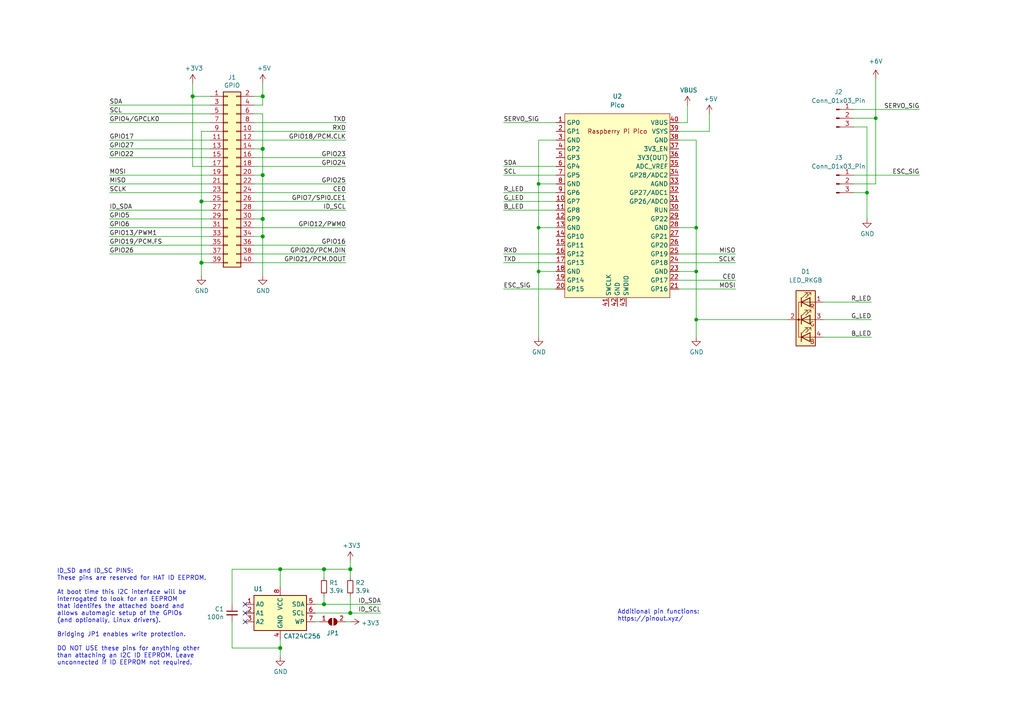
<source format=kicad_sch>
(kicad_sch (version 20250114) (generator "eeschema") (generator_version "9.0")
  (paper "A4")
  (title_block (date "15 nov 2012"))
  (lib_symbols
    (symbol "Connector:Conn_01x03_Pin" (pin_names (offset 1.016) (hide yes))
      (property "Reference" "J" (at 0 5.08 0))
      (property "Value" "Conn_01x03_Pin" (at 0 -5.08 0))
      (symbol "Conn_01x03_Pin_1_1"
        (rectangle (start 0.8636 2.667) (end 0 2.413) (stroke (width 0.1524)) (fill (type outline)))
        (rectangle (start 0.8636 0.127) (end 0 -0.127) (stroke (width 0.1524)) (fill (type outline)))
        (rectangle (start 0.8636 -2.413) (end 0 -2.667) (stroke (width 0.1524)) (fill (type outline)))
        (polyline (pts (xy 1.27 2.54) (xy 0.8636 2.54)) (stroke (width 0.1524)))
        (polyline (pts (xy 1.27 0) (xy 0.8636 0)) (stroke (width 0.1524)))
        (polyline (pts (xy 1.27 -2.54) (xy 0.8636 -2.54)) (stroke (width 0.1524)))
        (pin passive line (at 5.08 2.54 180) (length 3.81) (name "Pin_1") (number "1"))
        (pin passive line (at 5.08 0 180) (length 3.81) (name "Pin_2") (number "2"))
        (pin passive line (at 5.08 -2.54 180) (length 3.81) (name "Pin_3") (number "3"))
      )
    )
    (symbol "Connector_Generic:Conn_02x20_Odd_Even" (pin_names (offset 1.016) (hide yes))
      (property "Reference" "J" (at 1.27 25.4 0))
      (property "Value" "Conn_02x20_Odd_Even" (at 1.27 -27.94 0))
      (symbol "Conn_02x20_Odd_Even_1_1"
        (rectangle (start -1.27 24.13) (end 3.81 -26.67) (stroke (width 0.254)) (fill (type background)))
        (rectangle (start -1.27 22.987) (end 0 22.733) (stroke (width 0.1524)))
        (rectangle (start -1.27 20.447) (end 0 20.193) (stroke (width 0.1524)))
        (rectangle (start -1.27 17.907) (end 0 17.653) (stroke (width 0.1524)))
        (rectangle (start -1.27 15.367) (end 0 15.113) (stroke (width 0.1524)))
        (rectangle (start -1.27 12.827) (end 0 12.573) (stroke (width 0.1524)))
        (rectangle (start -1.27 10.287) (end 0 10.033) (stroke (width 0.1524)))
        (rectangle (start -1.27 7.747) (end 0 7.493) (stroke (width 0.1524)))
        (rectangle (start -1.27 5.207) (end 0 4.953) (stroke (width 0.1524)))
        (rectangle (start -1.27 2.667) (end 0 2.413) (stroke (width 0.1524)))
        (rectangle (start -1.27 0.127) (end 0 -0.127) (stroke (width 0.1524)))
        (rectangle (start -1.27 -2.413) (end 0 -2.667) (stroke (width 0.1524)))
        (rectangle (start -1.27 -4.953) (end 0 -5.207) (stroke (width 0.1524)))
        (rectangle (start -1.27 -7.493) (end 0 -7.747) (stroke (width 0.1524)))
        (rectangle (start -1.27 -10.033) (end 0 -10.287) (stroke (width 0.1524)))
        (rectangle (start -1.27 -12.573) (end 0 -12.827) (stroke (width 0.1524)))
        (rectangle (start -1.27 -15.113) (end 0 -15.367) (stroke (width 0.1524)))
        (rectangle (start -1.27 -17.653) (end 0 -17.907) (stroke (width 0.1524)))
        (rectangle (start -1.27 -20.193) (end 0 -20.447) (stroke (width 0.1524)))
        (rectangle (start -1.27 -22.733) (end 0 -22.987) (stroke (width 0.1524)))
        (rectangle (start -1.27 -25.273) (end 0 -25.527) (stroke (width 0.1524)))
        (rectangle (start 3.81 22.987) (end 2.54 22.733) (stroke (width 0.1524)))
        (rectangle (start 3.81 20.447) (end 2.54 20.193) (stroke (width 0.1524)))
        (rectangle (start 3.81 17.907) (end 2.54 17.653) (stroke (width 0.1524)))
        (rectangle (start 3.81 15.367) (end 2.54 15.113) (stroke (width 0.1524)))
        (rectangle (start 3.81 12.827) (end 2.54 12.573) (stroke (width 0.1524)))
        (rectangle (start 3.81 10.287) (end 2.54 10.033) (stroke (width 0.1524)))
        (rectangle (start 3.81 7.747) (end 2.54 7.493) (stroke (width 0.1524)))
        (rectangle (start 3.81 5.207) (end 2.54 4.953) (stroke (width 0.1524)))
        (rectangle (start 3.81 2.667) (end 2.54 2.413) (stroke (width 0.1524)))
        (rectangle (start 3.81 0.127) (end 2.54 -0.127) (stroke (width 0.1524)))
        (rectangle (start 3.81 -2.413) (end 2.54 -2.667) (stroke (width 0.1524)))
        (rectangle (start 3.81 -4.953) (end 2.54 -5.207) (stroke (width 0.1524)))
        (rectangle (start 3.81 -7.493) (end 2.54 -7.747) (stroke (width 0.1524)))
        (rectangle (start 3.81 -10.033) (end 2.54 -10.287) (stroke (width 0.1524)))
        (rectangle (start 3.81 -12.573) (end 2.54 -12.827) (stroke (width 0.1524)))
        (rectangle (start 3.81 -15.113) (end 2.54 -15.367) (stroke (width 0.1524)))
        (rectangle (start 3.81 -17.653) (end 2.54 -17.907) (stroke (width 0.1524)))
        (rectangle (start 3.81 -20.193) (end 2.54 -20.447) (stroke (width 0.1524)))
        (rectangle (start 3.81 -22.733) (end 2.54 -22.987) (stroke (width 0.1524)))
        (rectangle (start 3.81 -25.273) (end 2.54 -25.527) (stroke (width 0.1524)))
        (pin passive line (at -5.08 22.86 0) (length 3.81) (name "Pin_1") (number "1"))
        (pin passive line (at -5.08 20.32 0) (length 3.81) (name "Pin_3") (number "3"))
        (pin passive line (at -5.08 17.78 0) (length 3.81) (name "Pin_5") (number "5"))
        (pin passive line (at -5.08 15.24 0) (length 3.81) (name "Pin_7") (number "7"))
        (pin passive line (at -5.08 12.7 0) (length 3.81) (name "Pin_9") (number "9"))
        (pin passive line (at -5.08 10.16 0) (length 3.81) (name "Pin_11") (number "11"))
        (pin passive line (at -5.08 7.62 0) (length 3.81) (name "Pin_13") (number "13"))
        (pin passive line (at -5.08 5.08 0) (length 3.81) (name "Pin_15") (number "15"))
        (pin passive line (at -5.08 2.54 0) (length 3.81) (name "Pin_17") (number "17"))
        (pin passive line (at -5.08 0 0) (length 3.81) (name "Pin_19") (number "19"))
        (pin passive line (at -5.08 -2.54 0) (length 3.81) (name "Pin_21") (number "21"))
        (pin passive line (at -5.08 -5.08 0) (length 3.81) (name "Pin_23") (number "23"))
        (pin passive line (at -5.08 -7.62 0) (length 3.81) (name "Pin_25") (number "25"))
        (pin passive line (at -5.08 -10.16 0) (length 3.81) (name "Pin_27") (number "27"))
        (pin passive line (at -5.08 -12.7 0) (length 3.81) (name "Pin_29") (number "29"))
        (pin passive line (at -5.08 -15.24 0) (length 3.81) (name "Pin_31") (number "31"))
        (pin passive line (at -5.08 -17.78 0) (length 3.81) (name "Pin_33") (number "33"))
        (pin passive line (at -5.08 -20.32 0) (length 3.81) (name "Pin_35") (number "35"))
        (pin passive line (at -5.08 -22.86 0) (length 3.81) (name "Pin_37") (number "37"))
        (pin passive line (at -5.08 -25.4 0) (length 3.81) (name "Pin_39") (number "39"))
        (pin passive line (at 7.62 22.86 180) (length 3.81) (name "Pin_2") (number "2"))
        (pin passive line (at 7.62 20.32 180) (length 3.81) (name "Pin_4") (number "4"))
        (pin passive line (at 7.62 17.78 180) (length 3.81) (name "Pin_6") (number "6"))
        (pin passive line (at 7.62 15.24 180) (length 3.81) (name "Pin_8") (number "8"))
        (pin passive line (at 7.62 12.7 180) (length 3.81) (name "Pin_10") (number "10"))
        (pin passive line (at 7.62 10.16 180) (length 3.81) (name "Pin_12") (number "12"))
        (pin passive line (at 7.62 7.62 180) (length 3.81) (name "Pin_14") (number "14"))
        (pin passive line (at 7.62 5.08 180) (length 3.81) (name "Pin_16") (number "16"))
        (pin passive line (at 7.62 2.54 180) (length 3.81) (name "Pin_18") (number "18"))
        (pin passive line (at 7.62 0 180) (length 3.81) (name "Pin_20") (number "20"))
        (pin passive line (at 7.62 -2.54 180) (length 3.81) (name "Pin_22") (number "22"))
        (pin passive line (at 7.62 -5.08 180) (length 3.81) (name "Pin_24") (number "24"))
        (pin passive line (at 7.62 -7.62 180) (length 3.81) (name "Pin_26") (number "26"))
        (pin passive line (at 7.62 -10.16 180) (length 3.81) (name "Pin_28") (number "28"))
        (pin passive line (at 7.62 -12.7 180) (length 3.81) (name "Pin_30") (number "30"))
        (pin passive line (at 7.62 -15.24 180) (length 3.81) (name "Pin_32") (number "32"))
        (pin passive line (at 7.62 -17.78 180) (length 3.81) (name "Pin_34") (number "34"))
        (pin passive line (at 7.62 -20.32 180) (length 3.81) (name "Pin_36") (number "36"))
        (pin passive line (at 7.62 -22.86 180) (length 3.81) (name "Pin_38") (number "38"))
        (pin passive line (at 7.62 -25.4 180) (length 3.81) (name "Pin_40") (number "40"))
      )
    )
    (symbol "Device:C_Small" (pin_numbers (hide yes)) (pin_names (offset 0.254) (hide yes))
      (property "Reference" "C" (at 0.254 1.778 0))
      (property "Value" "C_Small" (at 0.254 -2.032 0))
      (symbol "C_Small_0_1"
        (polyline (pts (xy -1.524 0.508) (xy 1.524 0.508)) (stroke (width 0.3048)))
        (polyline (pts (xy -1.524 -0.508) (xy 1.524 -0.508)) (stroke (width 0.3302)))
      )
      (symbol "C_Small_1_1"
        (pin passive line (at 0 2.54 270) (length 2.032) (name "~") (number "1"))
        (pin passive line (at 0 -2.54 90) (length 2.032) (name "~") (number "2"))
      )
    )
    (symbol "Device:LED_RKGB" (pin_names (offset 0) (hide yes))
      (property "Reference" "D" (at 0 9.398 0))
      (property "Value" "LED_RKGB" (at 0 -8.89 0))
      (symbol "LED_RKGB_0_0"
        (text "R" (at 1.905 3.81 0) (effects (font (size 1.27 1.27))))
        (text "G" (at 1.905 -1.27 0) (effects (font (size 1.27 1.27))))
        (text "B" (at 1.905 -6.35 0) (effects (font (size 1.27 1.27))))
      )
      (symbol "LED_RKGB_0_1"
        (circle (center -2.032 0) (radius 0.254) (fill (type outline)))
        (polyline (pts (xy -1.27 6.35) (xy -1.27 3.81)) (stroke (width 0.254)))
        (polyline (pts (xy -1.27 6.35) (xy -1.27 3.81) (xy -1.27 3.81)))
        (polyline (pts (xy -1.27 5.08) (xy 1.27 5.08)))
        (polyline (pts (xy -1.27 5.08) (xy -2.032 5.08) (xy -2.032 -5.08) (xy -1.016 -5.08)))
        (polyline (pts (xy -1.27 1.27) (xy -1.27 -1.27)) (stroke (width 0.254)))
        (polyline (pts (xy -1.27 1.27) (xy -1.27 -1.27) (xy -1.27 -1.27)))
        (polyline (pts (xy -1.27 0) (xy -2.54 0)))
        (polyline (pts (xy -1.27 -3.81) (xy -1.27 -6.35)) (stroke (width 0.254)))
        (polyline (pts (xy -1.27 -5.08) (xy 1.27 -5.08)))
        (polyline (pts (xy -1.016 6.35) (xy 0.508 7.874) (xy -0.254 7.874) (xy 0.508 7.874) (xy 0.508 7.112)))
        (polyline (pts (xy -1.016 1.27) (xy 0.508 2.794) (xy -0.254 2.794) (xy 0.508 2.794) (xy 0.508 2.032)))
        (polyline (pts (xy -1.016 -3.81) (xy 0.508 -2.286) (xy -0.254 -2.286) (xy 0.508 -2.286) (xy 0.508 -3.048)))
        (polyline (pts (xy 0 6.35) (xy 1.524 7.874) (xy 0.762 7.874) (xy 1.524 7.874) (xy 1.524 7.112)))
        (polyline (pts (xy 0 1.27) (xy 1.524 2.794) (xy 0.762 2.794) (xy 1.524 2.794) (xy 1.524 2.032)))
        (polyline (pts (xy 0 -3.81) (xy 1.524 -2.286) (xy 0.762 -2.286) (xy 1.524 -2.286) (xy 1.524 -3.048)))
        (polyline (pts (xy 1.27 6.35) (xy 1.27 3.81) (xy -1.27 5.08) (xy 1.27 6.35)) (stroke (width 0.254)))
        (rectangle (start 1.27 6.35) (end 1.27 6.35))
        (polyline (pts (xy 1.27 5.08) (xy 2.54 5.08)))
        (rectangle (start 1.27 3.81) (end 1.27 6.35))
        (polyline (pts (xy 1.27 1.27) (xy 1.27 -1.27) (xy -1.27 0) (xy 1.27 1.27)) (stroke (width 0.254)))
        (rectangle (start 1.27 1.27) (end 1.27 1.27))
        (polyline (pts (xy 1.27 0) (xy -1.27 0)))
        (polyline (pts (xy 1.27 0) (xy 2.54 0)))
        (rectangle (start 1.27 -1.27) (end 1.27 1.27))
        (polyline (pts (xy 1.27 -3.81) (xy 1.27 -6.35) (xy -1.27 -5.08) (xy 1.27 -3.81)) (stroke (width 0.254)))
        (polyline (pts (xy 1.27 -5.08) (xy 2.54 -5.08)))
        (rectangle (start 2.794 8.382) (end -2.794 -7.62) (stroke (width 0.254)) (fill (type background)))
      )
      (symbol "LED_RKGB_1_1"
        (pin passive line (at -5.08 0 0) (length 2.54) (name "K") (number "2"))
        (pin passive line (at 5.08 5.08 180) (length 2.54) (name "RA") (number "1"))
        (pin passive line (at 5.08 0 180) (length 2.54) (name "GA") (number "3"))
        (pin passive line (at 5.08 -5.08 180) (length 2.54) (name "BA") (number "4"))
      )
    )
    (symbol "Device:R_Small" (pin_numbers (hide yes)) (pin_names (offset 0.254) (hide yes))
      (property "Reference" "R" (at 0.762 0.508 0))
      (property "Value" "R_Small" (at 0.762 -1.016 0))
      (symbol "R_Small_0_1"
        (rectangle (start -0.762 1.778) (end 0.762 -1.778) (stroke (width 0.2032)))
      )
      (symbol "R_Small_1_1"
        (pin passive line (at 0 2.54 270) (length 0.762) (name "~") (number "1"))
        (pin passive line (at 0 -2.54 90) (length 0.762) (name "~") (number "2"))
      )
    )
    (symbol "Jumper:SolderJumper_2_Open" (pin_names (offset 0) (hide yes))
      (property "Reference" "JP" (at 0 2.032 0))
      (property "Value" "SolderJumper_2_Open" (at 0 -2.54 0))
      (symbol "SolderJumper_2_Open_0_1"
        (polyline (pts (xy -0.254 1.016) (xy -0.254 -1.016)))
        (arc (start -0.254 -1.016) (mid -1.2656 0) (end -0.254 1.016))
        (arc (start -0.254 -1.016) (mid -1.2656 0) (end -0.254 1.016) (fill (type outline)))
        (arc (start 0.254 1.016) (mid 1.2656 0) (end 0.254 -1.016))
        (arc (start 0.254 1.016) (mid 1.2656 0) (end 0.254 -1.016) (fill (type outline)))
        (polyline (pts (xy 0.254 1.016) (xy 0.254 -1.016)))
      )
      (symbol "SolderJumper_2_Open_1_1"
        (pin passive line (at -3.81 0 0) (length 2.54) (name "A") (number "1"))
        (pin passive line (at 3.81 0 180) (length 2.54) (name "B") (number "2"))
      )
    )
    (symbol "Memory_EEPROM:CAT24C256"
      (property "Reference" "U" (at -6.35 6.35 0))
      (property "Value" "CAT24C256" (at 1.27 6.35 0))
      (symbol "CAT24C256_1_1"
        (rectangle (start -7.62 5.08) (end 7.62 -5.08) (stroke (width 0.254)) (fill (type background)))
        (pin input line (at -10.16 2.54 0) (length 2.54) (name "A0") (number "1"))
        (pin input line (at -10.16 0 0) (length 2.54) (name "A1") (number "2"))
        (pin input line (at -10.16 -2.54 0) (length 2.54) (name "A2") (number "3"))
        (pin power_in line (at 0 7.62 270) (length 2.54) (name "VCC") (number "8"))
        (pin power_in line (at 0 -7.62 90) (length 2.54) (name "GND") (number "4"))
        (pin bidirectional line (at 10.16 2.54 180) (length 2.54) (name "SDA") (number "5"))
        (pin input line (at 10.16 0 180) (length 2.54) (name "SCL") (number "6"))
        (pin input line (at 10.16 -2.54 180) (length 2.54) (name "WP") (number "7"))
      )
    )
    (symbol "Pico:Pico"
      (property "Reference" "U2" (at 0 31.75 0))
      (property "Value" "Pico" (at 0 29.21 0))
      (symbol "Pico_0_0"
        (text "Raspberry Pi Pico" (at 0 21.59 0) (effects (font (size 1.27 1.27))))
      )
      (symbol "Pico_0_1"
        (rectangle (start -15.24 26.67) (end 15.24 -26.67) (fill (type background)))
      )
      (symbol "Pico_1_1"
        (pin bidirectional line (at -17.78 24.13 0) (length 2.54) (name "GP0") (number "1"))
        (pin bidirectional line (at -17.78 21.59 0) (length 2.54) (name "GP1") (number "2"))
        (pin power_in line (at -17.78 19.05 0) (length 2.54) (name "GND") (number "3"))
        (pin bidirectional line (at -17.78 16.51 0) (length 2.54) (name "GP2") (number "4"))
        (pin bidirectional line (at -17.78 13.97 0) (length 2.54) (name "GP3") (number "5"))
        (pin bidirectional line (at -17.78 11.43 0) (length 2.54) (name "GP4") (number "6"))
        (pin bidirectional line (at -17.78 8.89 0) (length 2.54) (name "GP5") (number "7"))
        (pin power_in line (at -17.78 6.35 0) (length 2.54) (name "GND") (number "8"))
        (pin bidirectional line (at -17.78 3.81 0) (length 2.54) (name "GP6") (number "9"))
        (pin bidirectional line (at -17.78 1.27 0) (length 2.54) (name "GP7") (number "10"))
        (pin bidirectional line (at -17.78 -1.27 0) (length 2.54) (name "GP8") (number "11"))
        (pin bidirectional line (at -17.78 -3.81 0) (length 2.54) (name "GP9") (number "12"))
        (pin power_in line (at -17.78 -6.35 0) (length 2.54) (name "GND") (number "13"))
        (pin bidirectional line (at -17.78 -8.89 0) (length 2.54) (name "GP10") (number "14"))
        (pin bidirectional line (at -17.78 -11.43 0) (length 2.54) (name "GP11") (number "15"))
        (pin bidirectional line (at -17.78 -13.97 0) (length 2.54) (name "GP12") (number "16"))
        (pin bidirectional line (at -17.78 -16.51 0) (length 2.54) (name "GP13") (number "17"))
        (pin power_in line (at -17.78 -19.05 0) (length 2.54) (name "GND") (number "18"))
        (pin bidirectional line (at -17.78 -21.59 0) (length 2.54) (name "GP14") (number "19"))
        (pin bidirectional line (at -17.78 -24.13 0) (length 2.54) (name "GP15") (number "20"))
        (pin input line (at -2.54 -29.21 90) (length 2.54) (name "SWCLK") (number "41"))
        (pin power_in line (at 0 -29.21 90) (length 2.54) (name "GND") (number "42"))
        (pin bidirectional line (at 2.54 -29.21 90) (length 2.54) (name "SWDIO") (number "43"))
        (pin power_in line (at 17.78 24.13 180) (length 2.54) (name "VBUS") (number "40"))
        (pin power_in line (at 17.78 21.59 180) (length 2.54) (name "VSYS") (number "39"))
        (pin bidirectional line (at 17.78 19.05 180) (length 2.54) (name "GND") (number "38"))
        (pin input line (at 17.78 16.51 180) (length 2.54) (name "3V3_EN") (number "37"))
        (pin power_in line (at 17.78 13.97 180) (length 2.54) (name "3V3(OUT)") (number "36"))
        (pin power_in line (at 17.78 11.43 180) (length 2.54) (name "ADC_VREF") (number "35"))
        (pin bidirectional line (at 17.78 8.89 180) (length 2.54) (name "GP28/ADC2") (number "34"))
        (pin power_in line (at 17.78 6.35 180) (length 2.54) (name "AGND") (number "33"))
        (pin bidirectional line (at 17.78 3.81 180) (length 2.54) (name "GP27/ADC1") (number "32"))
        (pin bidirectional line (at 17.78 1.27 180) (length 2.54) (name "GP26/ADC0") (number "31"))
        (pin input line (at 17.78 -1.27 180) (length 2.54) (name "RUN") (number "30"))
        (pin bidirectional line (at 17.78 -3.81 180) (length 2.54) (name "GP22") (number "29"))
        (pin power_in line (at 17.78 -6.35 180) (length 2.54) (name "GND") (number "28"))
        (pin bidirectional line (at 17.78 -8.89 180) (length 2.54) (name "GP21") (number "27"))
        (pin bidirectional line (at 17.78 -11.43 180) (length 2.54) (name "GP20") (number "26"))
        (pin bidirectional line (at 17.78 -13.97 180) (length 2.54) (name "GP19") (number "25"))
        (pin bidirectional line (at 17.78 -16.51 180) (length 2.54) (name "GP18") (number "24"))
        (pin power_in line (at 17.78 -19.05 180) (length 2.54) (name "GND") (number "23"))
        (pin bidirectional line (at 17.78 -21.59 180) (length 2.54) (name "GP17") (number "22"))
        (pin bidirectional line (at 17.78 -24.13 180) (length 2.54) (name "GP16") (number "21"))
      )
    )
    (symbol "power:+3.3V" (power) (pin_names (offset 0))
      (property "Value" "+3.3V" (at 0 3.556 0))
      (symbol "+3.3V_0_1"
        (polyline (pts (xy -0.762 1.27) (xy 0 2.54)))
        (polyline (pts (xy 0 2.54) (xy 0.762 1.27)))
        (polyline (pts (xy 0 0) (xy 0 2.54)))
      )
      (symbol "+3.3V_1_1"
        (pin power_in line (at 0 0 90) (length 0) (hide yes) (name "+3V3") (number "1"))
      )
    )
    (symbol "power:+5V" (power) (pin_names (offset 0))
      (property "Value" "+5V" (at 0 3.556 0))
      (symbol "+5V_0_1"
        (polyline (pts (xy -0.762 1.27) (xy 0 2.54)))
        (polyline (pts (xy 0 2.54) (xy 0.762 1.27)))
        (polyline (pts (xy 0 0) (xy 0 2.54)))
      )
      (symbol "+5V_1_1"
        (pin power_in line (at 0 0 90) (length 0) (hide yes) (name "+5V") (number "1"))
      )
    )
    (symbol "power:+6V" (power) (pin_numbers (hide yes)) (pin_names (offset 0) (hide yes))
      (property "Value" "+6V" (at 0 3.556 0))
      (symbol "+6V_0_1"
        (polyline (pts (xy -0.762 1.27) (xy 0 2.54)))
        (polyline (pts (xy 0 2.54) (xy 0.762 1.27)))
        (polyline (pts (xy 0 0) (xy 0 2.54)))
      )
      (symbol "+6V_1_1"
        (pin power_in line (at 0 0 90) (length 0) (name "~") (number "1"))
      )
    )
    (symbol "power:GND" (power) (pin_names (offset 0))
      (property "Value" "GND" (at 0 -3.81 0))
      (symbol "GND_0_1"
        (polyline (pts (xy 0 0) (xy 0 -1.27) (xy 1.27 -1.27) (xy 0 -2.54) (xy -1.27 -1.27) (xy 0 -1.27)))
      )
      (symbol "GND_1_1"
        (pin power_in line (at 0 0 270) (length 0) (hide yes) (name "GND") (number "1"))
      )
    )
  )
  (text "Additional pin functions:\nhttps://pinout.xyz/" (at 179.07 180.34 0) (effects (font (size 1.27 1.27)) (justify left bottom)))
  (text "ID_SD and ID_SC PINS:\nThese pins are reserved for HAT ID EEPROM.\n\nAt boot time this I2C interface will be\ninterrogated to look for an EEPROM\nthat identifes the attached board and\nallows automagic setup of the GPIOs\n(and optionally, Linux drivers).\n\nBridging JP1 enables write protection.\n\nDO NOT USE these pins for anything other\nthan attaching an I2C ID EEPROM. Leave\nunconnected if ID EEPROM not required." (at 16.51 193.04 0) (effects (font (size 1.27 1.27)) (justify left bottom)))
  (junction (at 93.98 175.26) (diameter 1.016))
  (junction (at 76.2 27.94) (diameter 1.016))
  (junction (at 81.28 187.96) (diameter 1.016))
  (junction (at 76.2 43.18) (diameter 1.016))
  (junction (at 81.28 165.1) (diameter 1.016))
  (junction (at 101.6 165.1) (diameter 1.016))
  (junction (at 201.93 78.74))
  (junction (at 58.42 76.2) (diameter 1.016))
  (junction (at 201.93 92.71))
  (junction (at 58.42 58.42) (diameter 1.016))
  (junction (at 156.21 66.04))
  (junction (at 156.21 53.34))
  (junction (at 76.2 68.58) (diameter 1.016))
  (junction (at 254 34.29))
  (junction (at 201.93 66.04))
  (junction (at 76.2 63.5) (diameter 1.016))
  (junction (at 76.2 50.8) (diameter 1.016))
  (junction (at 101.6 177.8) (diameter 1.016))
  (junction (at 156.21 78.74))
  (junction (at 251.46 55.88))
  (junction (at 55.88 27.94) (diameter 1.016))
  (junction (at 93.98 165.1) (diameter 1.016))
  (no_connect (at 71.12 175.26))
  (no_connect (at 71.12 177.8))
  (no_connect (at 71.12 180.34))
  (wire (pts (xy 58.42 58.42) (xy 58.42 76.2)))
  (wire (pts (xy 73.66 58.42) (xy 100.33 58.42)))
  (wire (pts (xy 60.96 40.64) (xy 31.75 40.64)))
  (wire (pts (xy 81.28 165.1) (xy 93.98 165.1)))
  (wire (pts (xy 101.6 165.1) (xy 93.98 165.1)))
  (wire (pts (xy 101.6 167.64) (xy 101.6 165.1)))
  (wire (pts (xy 76.2 33.02) (xy 76.2 43.18)))
  (wire (pts (xy 254 53.34) (xy 247.65 53.34)))
  (wire (pts (xy 76.2 50.8) (xy 73.66 50.8)))
  (wire (pts (xy 196.85 38.1) (xy 205.74 38.1)))
  (wire (pts (xy 196.85 66.04) (xy 201.93 66.04)))
  (wire (pts (xy 76.2 63.5) (xy 76.2 68.58)))
  (wire (pts (xy 76.2 50.8) (xy 76.2 63.5)))
  (wire (pts (xy 73.66 35.56) (xy 100.33 35.56)))
  (wire (pts (xy 58.42 38.1) (xy 58.42 58.42)))
  (wire (pts (xy 91.44 175.26) (xy 93.98 175.26)))
  (wire (pts (xy 93.98 175.26) (xy 110.49 175.26)))
  (wire (pts (xy 205.74 38.1) (xy 205.74 33.02)))
  (wire (pts (xy 58.42 38.1) (xy 60.96 38.1)))
  (wire (pts (xy 91.44 180.34) (xy 92.71 180.34)))
  (wire (pts (xy 100.33 180.34) (xy 101.6 180.34)))
  (wire (pts (xy 196.85 40.64) (xy 201.93 40.64)))
  (wire (pts (xy 73.66 55.88) (xy 100.33 55.88)))
  (wire (pts (xy 146.05 58.42) (xy 161.29 58.42)))
  (wire (pts (xy 146.05 73.66) (xy 161.29 73.66)))
  (wire (pts (xy 60.96 60.96) (xy 31.75 60.96)))
  (wire (pts (xy 251.46 36.83) (xy 251.46 55.88)))
  (wire (pts (xy 201.93 92.71) (xy 228.6 92.71)))
  (wire (pts (xy 31.75 63.5) (xy 60.96 63.5)))
  (wire (pts (xy 196.85 35.56) (xy 199.39 35.56)))
  (wire (pts (xy 58.42 58.42) (xy 60.96 58.42)))
  (wire (pts (xy 101.6 162.56) (xy 101.6 165.1)))
  (wire (pts (xy 196.85 83.82) (xy 213.36 83.82)))
  (wire (pts (xy 161.29 66.04) (xy 156.21 66.04)))
  (wire (pts (xy 73.66 45.72) (xy 100.33 45.72)))
  (wire (pts (xy 81.28 165.1) (xy 81.28 170.18)))
  (wire (pts (xy 196.85 81.28) (xy 213.36 81.28)))
  (wire (pts (xy 73.66 76.2) (xy 100.33 76.2)))
  (wire (pts (xy 58.42 76.2) (xy 58.42 80.01)))
  (wire (pts (xy 31.75 43.18) (xy 60.96 43.18)))
  (wire (pts (xy 101.6 172.72) (xy 101.6 177.8)))
  (wire (pts (xy 55.88 24.13) (xy 55.88 27.94)))
  (wire (pts (xy 201.93 78.74) (xy 201.93 92.71)))
  (wire (pts (xy 76.2 68.58) (xy 73.66 68.58)))
  (wire (pts (xy 238.76 97.79) (xy 252.73 97.79)))
  (wire (pts (xy 31.75 33.02) (xy 60.96 33.02)))
  (wire (pts (xy 201.93 92.71) (xy 201.93 97.79)))
  (wire (pts (xy 31.75 55.88) (xy 60.96 55.88)))
  (wire (pts (xy 55.88 48.26) (xy 60.96 48.26)))
  (wire (pts (xy 196.85 73.66) (xy 213.36 73.66)))
  (wire (pts (xy 156.21 66.04) (xy 156.21 78.74)))
  (wire (pts (xy 60.96 30.48) (xy 31.75 30.48)))
  (wire (pts (xy 254 22.86) (xy 254 34.29)))
  (wire (pts (xy 76.2 27.94) (xy 76.2 30.48)))
  (wire (pts (xy 156.21 40.64) (xy 156.21 53.34)))
  (wire (pts (xy 201.93 66.04) (xy 201.93 78.74)))
  (wire (pts (xy 76.2 43.18) (xy 76.2 50.8)))
  (wire (pts (xy 73.66 40.64) (xy 100.33 40.64)))
  (wire (pts (xy 76.2 43.18) (xy 73.66 43.18)))
  (wire (pts (xy 76.2 24.13) (xy 76.2 27.94)))
  (wire (pts (xy 161.29 40.64) (xy 156.21 40.64)))
  (wire (pts (xy 31.75 35.56) (xy 60.96 35.56)))
  (wire (pts (xy 93.98 165.1) (xy 93.98 167.64)))
  (wire (pts (xy 76.2 27.94) (xy 73.66 27.94)))
  (wire (pts (xy 55.88 27.94) (xy 55.88 48.26)))
  (wire (pts (xy 73.66 48.26) (xy 100.33 48.26)))
  (wire (pts (xy 73.66 38.1) (xy 100.33 38.1)))
  (wire (pts (xy 93.98 172.72) (xy 93.98 175.26)))
  (wire (pts (xy 91.44 177.8) (xy 101.6 177.8)))
  (wire (pts (xy 101.6 177.8) (xy 110.49 177.8)))
  (wire (pts (xy 31.75 45.72) (xy 60.96 45.72)))
  (wire (pts (xy 31.75 53.34) (xy 60.96 53.34)))
  (wire (pts (xy 146.05 50.8) (xy 161.29 50.8)))
  (wire (pts (xy 247.65 34.29) (xy 254 34.29)))
  (wire (pts (xy 146.05 76.2) (xy 161.29 76.2)))
  (wire (pts (xy 31.75 66.04) (xy 60.96 66.04)))
  (wire (pts (xy 76.2 30.48) (xy 73.66 30.48)))
  (wire (pts (xy 196.85 76.2) (xy 213.36 76.2)))
  (wire (pts (xy 238.76 92.71) (xy 252.73 92.71)))
  (wire (pts (xy 146.05 60.96) (xy 161.29 60.96)))
  (wire (pts (xy 31.75 71.12) (xy 60.96 71.12)))
  (wire (pts (xy 199.39 35.56) (xy 199.39 30.48)))
  (wire (pts (xy 251.46 55.88) (xy 251.46 63.5)))
  (wire (pts (xy 73.66 71.12) (xy 100.33 71.12)))
  (wire (pts (xy 73.66 66.04) (xy 100.33 66.04)))
  (wire (pts (xy 58.42 76.2) (xy 60.96 76.2)))
  (wire (pts (xy 73.66 73.66) (xy 100.33 73.66)))
  (wire (pts (xy 76.2 33.02) (xy 73.66 33.02)))
  (wire (pts (xy 146.05 48.26) (xy 161.29 48.26)))
  (wire (pts (xy 31.75 73.66) (xy 60.96 73.66)))
  (wire (pts (xy 196.85 78.74) (xy 201.93 78.74)))
  (wire (pts (xy 156.21 78.74) (xy 156.21 97.79)))
  (wire (pts (xy 247.65 31.75) (xy 266.7 31.75)))
  (wire (pts (xy 67.31 165.1) (xy 67.31 175.26)))
  (wire (pts (xy 67.31 180.34) (xy 67.31 187.96)))
  (wire (pts (xy 67.31 187.96) (xy 81.28 187.96)))
  (wire (pts (xy 81.28 165.1) (xy 67.31 165.1)))
  (wire (pts (xy 201.93 40.64) (xy 201.93 66.04)))
  (wire (pts (xy 81.28 185.42) (xy 81.28 187.96)))
  (wire (pts (xy 81.28 187.96) (xy 81.28 190.5)))
  (wire (pts (xy 146.05 83.82) (xy 161.29 83.82)))
  (wire (pts (xy 76.2 68.58) (xy 76.2 80.01)))
  (wire (pts (xy 73.66 53.34) (xy 100.33 53.34)))
  (wire (pts (xy 60.96 68.58) (xy 31.75 68.58)))
  (wire (pts (xy 247.65 55.88) (xy 251.46 55.88)))
  (wire (pts (xy 146.05 35.56) (xy 161.29 35.56)))
  (wire (pts (xy 156.21 53.34) (xy 156.21 66.04)))
  (wire (pts (xy 247.65 36.83) (xy 251.46 36.83)))
  (wire (pts (xy 238.76 87.63) (xy 252.73 87.63)))
  (wire (pts (xy 76.2 63.5) (xy 73.66 63.5)))
  (wire (pts (xy 146.05 55.88) (xy 161.29 55.88)))
  (wire (pts (xy 55.88 27.94) (xy 60.96 27.94)))
  (wire (pts (xy 161.29 78.74) (xy 156.21 78.74)))
  (wire (pts (xy 60.96 50.8) (xy 31.75 50.8)))
  (wire (pts (xy 73.66 60.96) (xy 100.33 60.96)))
  (wire (pts (xy 247.65 50.8) (xy 266.7 50.8)))
  (wire (pts (xy 161.29 53.34) (xy 156.21 53.34)))
  (wire (pts (xy 254 34.29) (xy 254 53.34)))
  (label "ID_SDA" (at 31.75 60.96 0))
  (label "GPIO6" (at 31.75 66.04 0))
  (label "ID_SDA" (at 110.49 175.26 180))
  (label "G_LED" (at 252.73 92.71 180))
  (label "SERVO_SIG" (at 266.7 31.75 180))
  (label "G_LED" (at 146.05 58.42 0))
  (label "RXD" (at 146.05 73.66 0))
  (label "ID_SCL" (at 100.33 60.96 180))
  (label "GPIO5" (at 31.75 63.5 0))
  (label "GPIO21{slash}PCM.DOUT" (at 100.33 76.2 180))
  (label "GPIO19{slash}PCM.FS" (at 31.75 71.12 0))
  (label "MOSI" (at 31.75 50.8 0))
  (label "MISO" (at 31.75 53.34 0))
  (label "GPIO23" (at 100.33 45.72 180))
  (label "GPIO4{slash}GPCLK0" (at 31.75 35.56 0))
  (label "GPIO27" (at 31.75 43.18 0))
  (label "GPIO26" (at 31.75 73.66 0))
  (label "SCL" (at 146.05 50.8 0))
  (label "TXD" (at 100.33 35.56 180))
  (label "CE0" (at 100.33 55.88 180))
  (label "RXD" (at 100.33 38.1 180))
  (label "ESC_SIG" (at 266.7 50.8 180))
  (label "B_LED" (at 252.73 97.79 180))
  (label "GPIO16" (at 100.33 71.12 180))
  (label "SCLK" (at 213.36 76.2 180))
  (label "GPIO22" (at 31.75 45.72 0))
  (label "TXD" (at 146.05 76.2 0))
  (label "MISO" (at 213.36 73.66 180))
  (label "SDA" (at 31.75 30.48 0))
  (label "GPIO17" (at 31.75 40.64 0))
  (label "ESC_SIG" (at 146.05 83.82 0))
  (label "GPIO25" (at 100.33 53.34 180))
  (label "B_LED" (at 146.05 60.96 0))
  (label "SCL" (at 31.75 33.02 0))
  (label "GPIO18{slash}PCM.CLK" (at 100.33 40.64 180))
  (label "GPIO12{slash}PWM0" (at 100.33 66.04 180))
  (label "R_LED" (at 146.05 55.88 0))
  (label "GPIO13{slash}PWM1" (at 31.75 68.58 0))
  (label "GPIO20{slash}PCM.DIN" (at 100.33 73.66 180))
  (label "GPIO24" (at 100.33 48.26 180))
  (label "GPIO7{slash}SPI0.CE1" (at 100.33 58.42 180))
  (label "MOSI" (at 213.36 83.82 180))
  (label "CE0" (at 213.36 81.28 180))
  (label "R_LED" (at 252.73 87.63 180))
  (label "ID_SCL" (at 110.49 177.8 180))
  (label "SERVO_SIG" (at 146.05 35.56 0))
  (label "SDA" (at 146.05 48.26 0))
  (label "SCLK" (at 31.75 55.88 0))
  (symbol (lib_id "power:+5V") (at 76.2 24.13 0) (unit 1)
    (property "Reference" "#PWR01" (effects (hide yes)))
    (property "Value" "+5V" (at 76.5683 19.8056 0))
  )
  (symbol (lib_id "power:+3.3V") (at 55.88 24.13 0) (unit 1)
    (property "Reference" "#PWR04" (effects (hide yes)))
    (property "Value" "+3V3" (at 56.2483 19.8056 0))
  )
  (symbol (lib_id "power:GND") (at 76.2 80.01 0) (unit 1)
    (property "Reference" "#PWR02" (effects (hide yes)))
    (property "Value" "GND" (at 76.3143 84.3344 0))
  )
  (symbol (lib_id "power:GND") (at 58.42 80.01 0) (unit 1)
    (property "Reference" "#PWR03" (effects (hide yes)))
    (property "Value" "GND" (at 58.5343 84.3344 0))
  )
  (symbol (lib_id "Connector_Generic:Conn_02x20_Odd_Even") (at 66.04 50.8 0) (unit 1)
    (property "Reference" "J1" (at 67.31 22.4598 0))
    (property "Value" "GPIO" (at 67.31 24.765 0))
    (property "Footprint" "Connector_PinSocket_2.54mm:PinSocket_2x20_P2.54mm_Vertical" (effects (hide yes)))
  )
  (symbol (lib_id "power:GND") (at 251.46 63.5 0) (unit 1)
    (property "Reference" "#PWR08" (effects (hide yes)))
    (property "Value" "GND" (at 251.5743 67.8244 0))
  )
  (symbol (lib_id "Connector:Conn_01x03_Pin") (at 242.57 53.34 0) (unit 1)
    (property "Reference" "J3" (at 243.205 45.72 0))
    (property "Value" "Conn_01x03_Pin" (at 243.205 48.26 0))
    (property "Description" "Generic connector, single row, 01x03, script generated" (effects (hide yes)))
  )
  (symbol (lib_id "Device:C_Small") (at 67.31 177.8 0) (unit 1)
    (property "Reference" "C1" (at 64.9858 176.6506 0) (effects (justify right)))
    (property "Value" "100n" (at 64.9858 178.9493 0) (effects (justify right)))
  )
  (symbol (lib_id "power:+5V") (at 199.39 30.48 0) (unit 1)
    (property "Reference" "#PWR09" (effects (hide yes)))
    (property "Value" "VBUS" (at 199.7583 26.1556 0))
  )
  (symbol (lib_id "Device:R_Small") (at 93.98 170.18 0) (unit 1)
    (property "Reference" "R1" (at 95.4786 169.037 0) (effects (justify left)))
    (property "Value" "3.9k" (at 95.4787 171.3293 0) (effects (justify left)))
  )
  (symbol (lib_id "Pico:Pico") (at 179.07 59.69 0) (unit 1)
    (property "Reference" "U2" (at 179.07 27.94 0))
    (property "Value" "Pico" (at 179.07 30.48 0))
    (property "Footprint" "RPi_Pico:RPi_Pico_SMD_TH" (effects (hide yes)))
  )
  (symbol (lib_id "Jumper:SolderJumper_2_Open") (at 96.52 180.34 0) (unit 1)
    (property "Reference" "JP1" (at 96.52 183.623 0))
    (property "Value" "ID_WP" (effects (hide yes)))
  )
  (symbol (lib_id "power:+5V") (at 205.74 33.02 0) (unit 1)
    (property "Reference" "#PWR010" (effects (hide yes)))
    (property "Value" "+5V" (at 206.1083 28.6956 0))
  )
  (symbol (lib_id "power:GND") (at 156.21 97.79 0) (unit 1)
    (property "Reference" "#PWR06" (effects (hide yes)))
    (property "Value" "GND" (at 156.3243 102.1144 0))
  )
  (symbol (lib_id "power:+6V") (at 254 22.86 0) (unit 1)
    (property "Reference" "#PWR07" (effects (hide yes)))
    (property "Value" "+6V" (at 254 17.78 0))
    (property "Description" "Power symbol creates a global label with name \"+6V\"" (effects (hide yes)))
  )
  (symbol (lib_id "Device:R_Small") (at 101.6 170.18 0) (unit 1)
    (property "Reference" "R2" (at 103.0986 169.037 0) (effects (justify left)))
    (property "Value" "3.9k" (at 103.0987 171.3293 0) (effects (justify left)))
  )
  (symbol (lib_id "power:+3.3V") (at 101.6 162.56 0) (unit 1)
    (property "Reference" "#PWR0101" (effects (hide yes)))
    (property "Value" "+3V3" (at 101.9683 158.2356 0))
  )
  (symbol (lib_id "Memory_EEPROM:CAT24C256") (at 81.28 177.8 0) (unit 1)
    (property "Reference" "U1" (at 74.93 170.7958 0))
    (property "Value" "CAT24C256" (at 87.63 184.5245 0))
    (property "Datasheet" "https://www.onsemi.cn/PowerSolutions/document/CAT24C256-D.PDF" (effects (hide yes)))
  )
  (symbol (lib_id "power:GND") (at 81.28 190.5 0) (unit 1)
    (property "Reference" "#PWR0102" (effects (hide yes)))
    (property "Value" "GND" (at 81.3943 194.8244 0))
  )
  (symbol (lib_id "power:+3.3V") (at 101.6 180.34 270) (unit 1)
    (property "Reference" "#PWR0103" (effects (hide yes)))
    (property "Value" "+3V3" (at 104.7751 180.7083 90) (effects (justify left)))
  )
  (symbol (lib_id "Device:LED_RKGB") (at 233.68 92.71 0) (unit 1)
    (property "Reference" "D1" (at 233.68 78.74 0))
    (property "Value" "LED_RKGB" (at 233.68 81.28 0))
    (property "Description" "RGB LED, red/cathode/green/blue" (effects (hide yes)))
  )
  (symbol (lib_id "Connector:Conn_01x03_Pin") (at 242.57 34.29 0) (unit 1)
    (property "Reference" "J2" (at 243.205 26.67 0))
    (property "Value" "Conn_01x03_Pin" (at 243.205 29.21 0))
    (property "Description" "Generic connector, single row, 01x03, script generated" (effects (hide yes)))
  )
  (symbol (lib_id "power:GND") (at 201.93 97.79 0) (unit 1)
    (property "Reference" "#PWR05" (effects (hide yes)))
    (property "Value" "GND" (at 202.0443 102.1144 0))
  )
)
</source>
